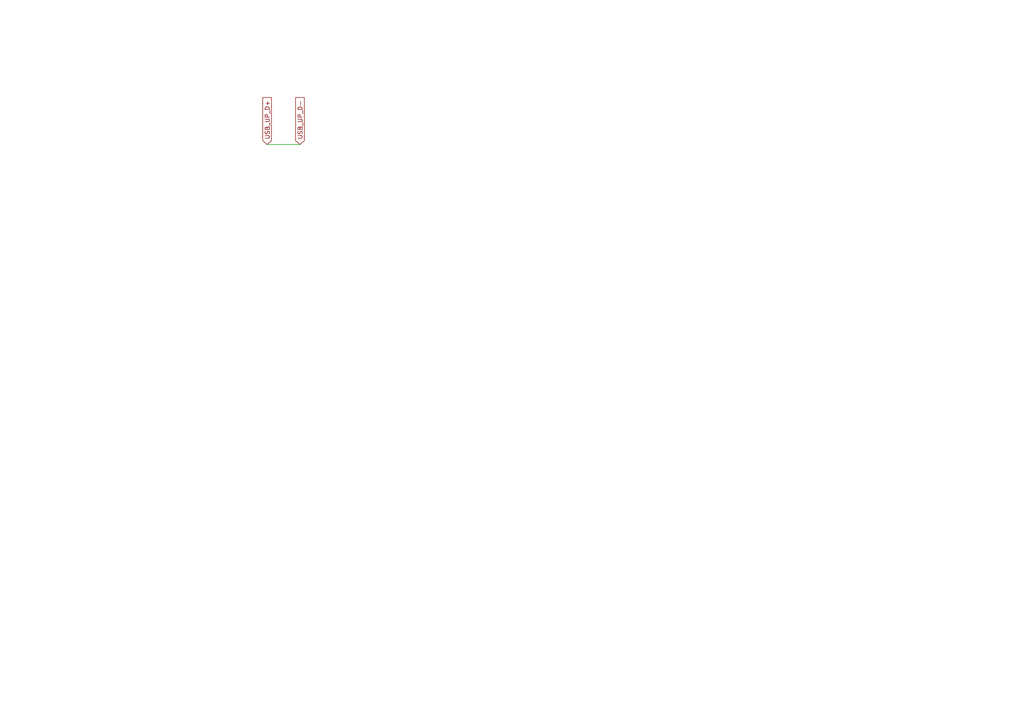
<source format=kicad_sch>
(kicad_sch (version 20230121) (generator eeschema)
  (paper "A4")
  (title_block (title "USB CONNECTORS"))
  (lib_symbols)
  (wire (pts (xy 77.47 41.91) (xy 86.995 41.91)))
  (global_label "USB_UP_D-" (shape input) (at 86.995 41.91 90) (property "Intersheetrefs" "${INTERSHEET_REFS}" (effects hide)))
  (global_label "USB_UP_D+" (shape input) (at 77.47 41.91 90) (property "Intersheetrefs" "${INTERSHEET_REFS}" (effects hide)))
)
</source>
